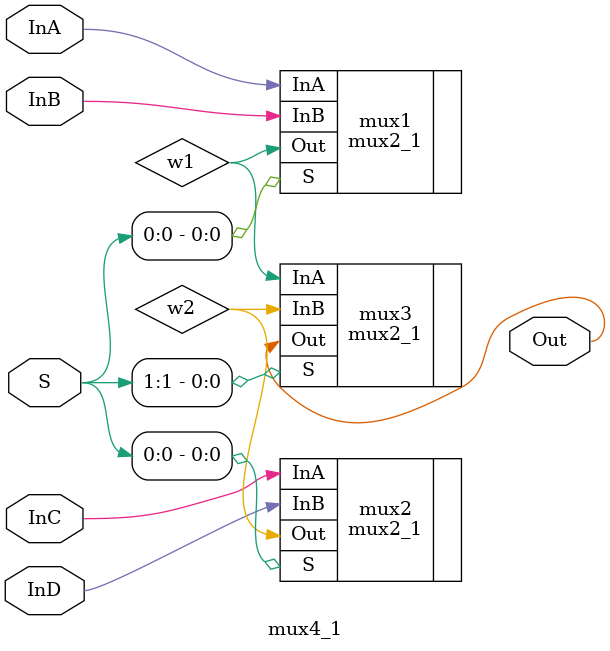
<source format=v>
/*
    CS/ECE 552 Spring '20
    Homework #1, Problem 1

    4-1 mux template
*/
module mux4_1(InA, InB, InC, InD, S, Out);
    input        InA, InB, InC, InD;
    input [1:0]  S;
    output       Out;

    // YOUR CODE HERE
    wire w1,w2;
    mux2_1 mux1(.InA(InA), .InB(InB), .S(S[0]), .Out(w1));
    mux2_1 mux2(.InA(InC), .InB(InD), .S(S[0]), .Out(w2));
    mux2_1 mux3(.InA(w1), .InB(w2), .S(S[1]), .Out(Out));

endmodule

</source>
